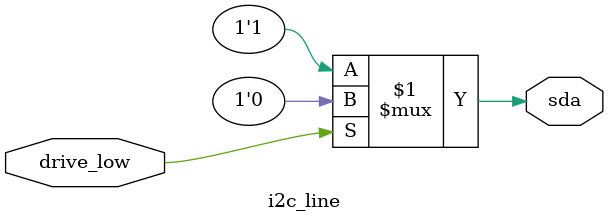
<source format=v>
module i2c_line(
    input drive_low,
    output sda
);

    assign sda = (drive_low)? 1'b0:1'b1;
endmodule

</source>
